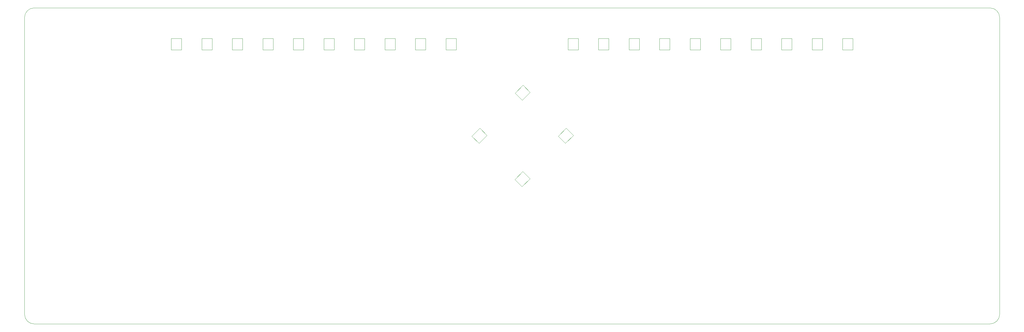
<source format=gm1>
G04 #@! TF.GenerationSoftware,KiCad,Pcbnew,(6.0.2)*
G04 #@! TF.CreationDate,2022-02-24T21:52:04+09:00*
G04 #@! TF.ProjectId,RoSoR,526f536f-522e-46b6-9963-61645f706362,rev?*
G04 #@! TF.SameCoordinates,Original*
G04 #@! TF.FileFunction,Profile,NP*
%FSLAX46Y46*%
G04 Gerber Fmt 4.6, Leading zero omitted, Abs format (unit mm)*
G04 Created by KiCad (PCBNEW (6.0.2)) date 2022-02-24 21:52:04*
%MOMM*%
%LPD*%
G01*
G04 APERTURE LIST*
G04 #@! TA.AperFunction,Profile*
%ADD10C,0.100000*%
G04 #@! TD*
G04 #@! TA.AperFunction,Profile*
%ADD11C,0.120000*%
G04 #@! TD*
G04 APERTURE END LIST*
D10*
X19275000Y-113050000D02*
G75*
G03*
X22275000Y-116050000I3000001J1D01*
G01*
X22275000Y-17250000D02*
G75*
G03*
X19275000Y-20250000I1J-3000001D01*
G01*
X320625000Y-116050000D02*
G75*
G03*
X323625000Y-113050000I-1J3000001D01*
G01*
X323625000Y-20250000D02*
G75*
G03*
X320625000Y-17250000I-3000001J-1D01*
G01*
X320625000Y-17250000D02*
X22275000Y-17250000D01*
X323625000Y-20250000D02*
X323625000Y-113050000D01*
X19275000Y-20250000D02*
X19275000Y-113050000D01*
X22275000Y-116050000D02*
X320625000Y-116050000D01*
D11*
X87325000Y-30325000D02*
X84125000Y-30325000D01*
X84125000Y-30325000D02*
X84125000Y-26825000D01*
X84125000Y-26825000D02*
X87325000Y-26825000D01*
X87325000Y-26825000D02*
X87325000Y-30325000D01*
X188087027Y-59595669D02*
X185824285Y-57332927D01*
X190561901Y-57120795D02*
X188087027Y-59595669D01*
X188299159Y-54858053D02*
X190561901Y-57120795D01*
X185824285Y-57332927D02*
X188299159Y-54858053D01*
X163623946Y-57118300D02*
X161149072Y-59593174D01*
X158886330Y-57330432D02*
X161361204Y-54855558D01*
X161361204Y-54855558D02*
X163623946Y-57118300D01*
X161149072Y-59593174D02*
X158886330Y-57330432D01*
X134950000Y-30325000D02*
X131750000Y-30325000D01*
X131750000Y-26825000D02*
X134950000Y-26825000D01*
X134950000Y-26825000D02*
X134950000Y-30325000D01*
X131750000Y-30325000D02*
X131750000Y-26825000D01*
X103175000Y-26825000D02*
X106375000Y-26825000D01*
X106375000Y-30325000D02*
X103175000Y-30325000D01*
X106375000Y-26825000D02*
X106375000Y-30325000D01*
X103175000Y-30325000D02*
X103175000Y-26825000D01*
X174543592Y-73136522D02*
X172280850Y-70873780D01*
X177018466Y-70661648D02*
X174543592Y-73136522D01*
X172280850Y-70873780D02*
X174755724Y-68398906D01*
X174755724Y-68398906D02*
X177018466Y-70661648D01*
X227000000Y-30325000D02*
X227000000Y-26825000D01*
X227000000Y-26825000D02*
X230200000Y-26825000D01*
X230200000Y-30325000D02*
X227000000Y-30325000D01*
X230200000Y-26825000D02*
X230200000Y-30325000D01*
X125425000Y-26825000D02*
X125425000Y-30325000D01*
X122225000Y-26825000D02*
X125425000Y-26825000D01*
X122225000Y-30325000D02*
X122225000Y-26825000D01*
X125425000Y-30325000D02*
X122225000Y-30325000D01*
X198425000Y-30325000D02*
X198425000Y-26825000D01*
X198425000Y-26825000D02*
X201625000Y-26825000D01*
X201625000Y-30325000D02*
X198425000Y-30325000D01*
X201625000Y-26825000D02*
X201625000Y-30325000D01*
X77800000Y-30325000D02*
X74600000Y-30325000D01*
X74600000Y-26825000D02*
X77800000Y-26825000D01*
X77800000Y-26825000D02*
X77800000Y-30325000D01*
X74600000Y-30325000D02*
X74600000Y-26825000D01*
X141275000Y-26825000D02*
X144475000Y-26825000D01*
X144475000Y-26825000D02*
X144475000Y-30325000D01*
X144475000Y-30325000D02*
X141275000Y-30325000D01*
X141275000Y-30325000D02*
X141275000Y-26825000D01*
X154000000Y-26825000D02*
X154000000Y-30325000D01*
X150800000Y-26825000D02*
X154000000Y-26825000D01*
X154000000Y-30325000D02*
X150800000Y-30325000D01*
X150800000Y-30325000D02*
X150800000Y-26825000D01*
X277825000Y-30325000D02*
X274625000Y-30325000D01*
X277825000Y-26825000D02*
X277825000Y-30325000D01*
X274625000Y-26825000D02*
X277825000Y-26825000D01*
X274625000Y-30325000D02*
X274625000Y-26825000D01*
X239725000Y-26825000D02*
X239725000Y-30325000D01*
X236525000Y-30325000D02*
X236525000Y-26825000D01*
X239725000Y-30325000D02*
X236525000Y-30325000D01*
X236525000Y-26825000D02*
X239725000Y-26825000D01*
X220675000Y-30325000D02*
X217475000Y-30325000D01*
X217475000Y-30325000D02*
X217475000Y-26825000D01*
X220675000Y-26825000D02*
X220675000Y-30325000D01*
X217475000Y-26825000D02*
X220675000Y-26825000D01*
X211150000Y-30325000D02*
X207950000Y-30325000D01*
X207950000Y-26825000D02*
X211150000Y-26825000D01*
X211150000Y-26825000D02*
X211150000Y-30325000D01*
X207950000Y-30325000D02*
X207950000Y-26825000D01*
X172355264Y-43861498D02*
X174830138Y-41386624D01*
X174830138Y-41386624D02*
X177092880Y-43649366D01*
X177092880Y-43649366D02*
X174618006Y-46124240D01*
X174618006Y-46124240D02*
X172355264Y-43861498D01*
X93650000Y-30325000D02*
X93650000Y-26825000D01*
X93650000Y-26825000D02*
X96850000Y-26825000D01*
X96850000Y-30325000D02*
X93650000Y-30325000D01*
X96850000Y-26825000D02*
X96850000Y-30325000D01*
X268300000Y-26825000D02*
X268300000Y-30325000D01*
X265100000Y-30325000D02*
X265100000Y-26825000D01*
X265100000Y-26825000D02*
X268300000Y-26825000D01*
X268300000Y-30325000D02*
X265100000Y-30325000D01*
X255575000Y-30325000D02*
X255575000Y-26825000D01*
X255575000Y-26825000D02*
X258775000Y-26825000D01*
X258775000Y-26825000D02*
X258775000Y-30325000D01*
X258775000Y-30325000D02*
X255575000Y-30325000D01*
X65075000Y-30325000D02*
X65075000Y-26825000D01*
X65075000Y-26825000D02*
X68275000Y-26825000D01*
X68275000Y-26825000D02*
X68275000Y-30325000D01*
X68275000Y-30325000D02*
X65075000Y-30325000D01*
X112700000Y-26825000D02*
X115900000Y-26825000D01*
X115900000Y-26825000D02*
X115900000Y-30325000D01*
X112700000Y-30325000D02*
X112700000Y-26825000D01*
X115900000Y-30325000D02*
X112700000Y-30325000D01*
X246050000Y-30325000D02*
X246050000Y-26825000D01*
X249250000Y-26825000D02*
X249250000Y-30325000D01*
X249250000Y-30325000D02*
X246050000Y-30325000D01*
X246050000Y-26825000D02*
X249250000Y-26825000D01*
X192100000Y-30325000D02*
X188900000Y-30325000D01*
X188900000Y-26825000D02*
X192100000Y-26825000D01*
X188900000Y-30325000D02*
X188900000Y-26825000D01*
X192100000Y-26825000D02*
X192100000Y-30325000D01*
M02*

</source>
